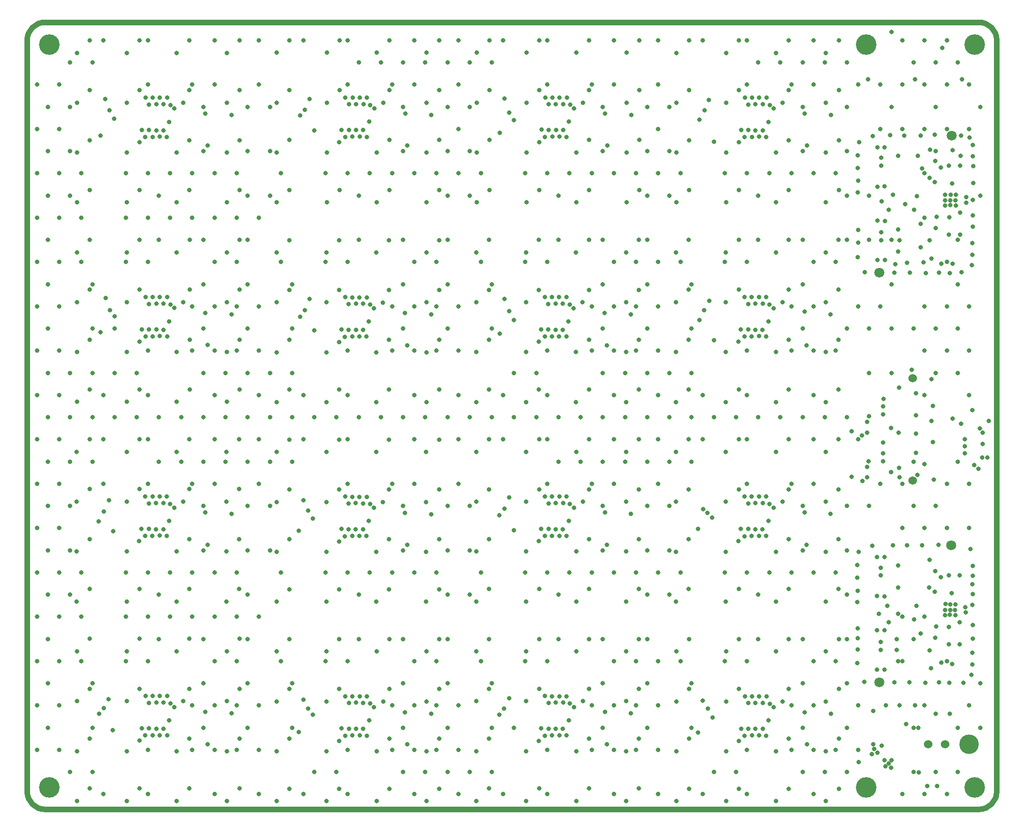
<source format=gbr>
G04*
G04 #@! TF.GenerationSoftware,Altium Limited,Altium Designer,25.0.2 (28)*
G04*
G04 Layer_Physical_Order=5*
G04 Layer_Color=8388736*
%FSLAX25Y25*%
%MOIN*%
G70*
G04*
G04 #@! TF.SameCoordinates,7C83500D-BFB9-469C-A41D-0C693C3E1856*
G04*
G04*
G04 #@! TF.FilePolarity,Negative*
G04*
G01*
G75*
%ADD76C,0.04000*%
%ADD77C,0.06016*%
%ADD80C,0.13811*%
%ADD81C,0.14598*%
%ADD82C,0.03181*%
%ADD83C,0.07118*%
D76*
X700000Y65945D02*
G03*
X712598Y78543I0J12598D01*
G01*
Y612402D02*
G03*
X700000Y625000I-12598J0D01*
G01*
X24588Y78543D02*
G03*
X37187Y65945I12598J0D01*
G01*
Y625000D02*
G03*
X24588Y612402I0J-12598D01*
G01*
X37187Y65945D02*
X700000D01*
X712598Y78543D02*
Y612402D01*
X37187Y625000D02*
X700000D01*
X24588Y78543D02*
Y612402D01*
D77*
X653112Y372157D02*
D03*
Y299401D02*
D03*
X675906Y112205D02*
D03*
X664094D02*
D03*
D80*
X692913D02*
D03*
D81*
X40354Y81693D02*
D03*
X620079Y609252D02*
D03*
X40354D02*
D03*
X696850Y81693D02*
D03*
X620079D02*
D03*
X696850Y609252D02*
D03*
D82*
X624016Y105315D02*
D03*
X625000Y112205D02*
D03*
X625563Y108917D02*
D03*
X627953Y106299D02*
D03*
X630905Y111221D02*
D03*
X642987Y333567D02*
D03*
X86364Y556422D02*
D03*
X80141Y429284D02*
D03*
X692913Y580709D02*
D03*
X700787Y564961D02*
D03*
X692913Y549213D02*
D03*
X700787Y501968D02*
D03*
X692913Y423228D02*
D03*
Y391732D02*
D03*
Y360236D02*
D03*
Y297244D02*
D03*
Y265748D02*
D03*
X700787Y155512D02*
D03*
X692913Y139764D02*
D03*
X700787Y124016D02*
D03*
X677165Y612205D02*
D03*
X685039Y596457D02*
D03*
X677165Y580709D02*
D03*
Y549213D02*
D03*
X685039Y470472D02*
D03*
X677165Y454724D02*
D03*
X685039Y438976D02*
D03*
X677165Y423228D02*
D03*
X685039Y407480D02*
D03*
X677165Y391732D02*
D03*
X685039Y375984D02*
D03*
Y312992D02*
D03*
X677165Y297244D02*
D03*
Y265748D02*
D03*
Y171260D02*
D03*
X685039Y124016D02*
D03*
Y92520D02*
D03*
X677165Y76772D02*
D03*
X661417Y612205D02*
D03*
X669291Y596457D02*
D03*
X661417Y580709D02*
D03*
X669291Y564961D02*
D03*
X661417Y549213D02*
D03*
X669291Y533464D02*
D03*
X661417Y517717D02*
D03*
Y486220D02*
D03*
Y423228D02*
D03*
X669291Y407480D02*
D03*
X661417Y391732D02*
D03*
X669291Y375984D02*
D03*
X661417Y360236D02*
D03*
X669291Y281496D02*
D03*
X661417Y265748D02*
D03*
Y202756D02*
D03*
Y139764D02*
D03*
X669291Y92520D02*
D03*
X661417Y76772D02*
D03*
X645669Y612205D02*
D03*
X653543Y596457D02*
D03*
X645669Y580709D02*
D03*
Y549213D02*
D03*
X653543Y407480D02*
D03*
Y312992D02*
D03*
X645669Y297244D02*
D03*
X653543Y281496D02*
D03*
X645669Y265748D02*
D03*
Y202756D02*
D03*
X653543Y187008D02*
D03*
X645669Y171260D02*
D03*
X653543Y124016D02*
D03*
Y92520D02*
D03*
X645669Y76772D02*
D03*
X629921Y580709D02*
D03*
X637795Y564961D02*
D03*
X629921Y549213D02*
D03*
X637795Y470472D02*
D03*
Y438976D02*
D03*
X629921Y423228D02*
D03*
X637795Y407480D02*
D03*
Y375984D02*
D03*
X629921Y297244D02*
D03*
X614173Y580709D02*
D03*
X622047Y501968D02*
D03*
Y470472D02*
D03*
X614173Y423228D02*
D03*
X622047Y407480D02*
D03*
Y375984D02*
D03*
X614173Y328740D02*
D03*
X622047Y281496D02*
D03*
X614173Y139764D02*
D03*
Y108268D02*
D03*
X606299Y596457D02*
D03*
Y564961D02*
D03*
Y533464D02*
D03*
X598425Y517717D02*
D03*
X606299Y501968D02*
D03*
Y470472D02*
D03*
X598425Y454724D02*
D03*
X606299Y407480D02*
D03*
X598425Y391732D02*
D03*
X606299Y344488D02*
D03*
Y281496D02*
D03*
Y250000D02*
D03*
X598425Y234252D02*
D03*
X606299Y218504D02*
D03*
Y187008D02*
D03*
X598425Y171260D02*
D03*
X606299Y155512D02*
D03*
Y124016D02*
D03*
X598425Y108268D02*
D03*
X606299Y92520D02*
D03*
X582677Y612205D02*
D03*
X590551Y596457D02*
D03*
X582677Y580709D02*
D03*
Y517717D02*
D03*
Y454724D02*
D03*
Y423228D02*
D03*
Y391732D02*
D03*
Y360236D02*
D03*
X590551Y344488D02*
D03*
X582677Y328740D02*
D03*
Y297244D02*
D03*
Y234252D02*
D03*
Y171260D02*
D03*
Y139764D02*
D03*
Y108268D02*
D03*
X590551Y92520D02*
D03*
X582677Y76772D02*
D03*
X574803Y596457D02*
D03*
X566929Y580709D02*
D03*
X574803Y564961D02*
D03*
Y533464D02*
D03*
X566929Y517717D02*
D03*
X574803Y470472D02*
D03*
Y438976D02*
D03*
X566929Y423228D02*
D03*
X574803Y407480D02*
D03*
X566929Y391732D02*
D03*
X574803Y344488D02*
D03*
X566929Y297244D02*
D03*
X574803Y281496D02*
D03*
Y250000D02*
D03*
X566929Y234252D02*
D03*
X574803Y187008D02*
D03*
Y155512D02*
D03*
X566929Y139764D02*
D03*
X574803Y124016D02*
D03*
X566929Y108268D02*
D03*
X574803Y92520D02*
D03*
X559055Y596457D02*
D03*
X551181Y517717D02*
D03*
X559055Y344488D02*
D03*
X551181Y234252D02*
D03*
X535433Y612205D02*
D03*
X543307Y596457D02*
D03*
X535433Y580709D02*
D03*
Y517717D02*
D03*
X543307Y501968D02*
D03*
Y470472D02*
D03*
X535433Y454724D02*
D03*
Y391732D02*
D03*
Y360236D02*
D03*
X543307Y344488D02*
D03*
X535433Y328740D02*
D03*
Y297244D02*
D03*
Y234252D02*
D03*
X543307Y218504D02*
D03*
Y187008D02*
D03*
X535433Y171260D02*
D03*
Y108268D02*
D03*
Y76772D02*
D03*
X519685Y517717D02*
D03*
Y454724D02*
D03*
X527559Y344488D02*
D03*
X519685Y234252D02*
D03*
Y171260D02*
D03*
X527559Y92520D02*
D03*
X503937Y612205D02*
D03*
Y360236D02*
D03*
X511811Y344488D02*
D03*
X503937Y328740D02*
D03*
X511811Y92520D02*
D03*
X503937Y76772D02*
D03*
X488189Y517717D02*
D03*
Y454724D02*
D03*
X496063Y438976D02*
D03*
Y407480D02*
D03*
Y375984D02*
D03*
Y344488D02*
D03*
Y312992D02*
D03*
X488189Y234252D02*
D03*
Y171260D02*
D03*
X496063Y155512D02*
D03*
Y124016D02*
D03*
X472441Y612205D02*
D03*
Y580709D02*
D03*
X480315Y564961D02*
D03*
X472441Y549213D02*
D03*
X480315Y533464D02*
D03*
X472441Y517717D02*
D03*
X480315Y501968D02*
D03*
X472441Y454724D02*
D03*
Y423228D02*
D03*
Y391732D02*
D03*
X480315Y375984D02*
D03*
X472441Y360236D02*
D03*
X480315Y344488D02*
D03*
X472441Y328740D02*
D03*
X480315Y312992D02*
D03*
X472441Y297244D02*
D03*
X480315Y281496D02*
D03*
Y250000D02*
D03*
X472441Y234252D02*
D03*
X480315Y218504D02*
D03*
X472441Y171260D02*
D03*
Y139764D02*
D03*
Y108268D02*
D03*
Y76772D02*
D03*
X464567Y564961D02*
D03*
Y533464D02*
D03*
X456693Y517717D02*
D03*
X464567Y501968D02*
D03*
Y470472D02*
D03*
X456693Y454724D02*
D03*
X464567Y438976D02*
D03*
X456693Y423228D02*
D03*
X464567Y407480D02*
D03*
X456693Y391732D02*
D03*
X464567Y375984D02*
D03*
Y344488D02*
D03*
Y312992D02*
D03*
Y281496D02*
D03*
Y250000D02*
D03*
X456693Y234252D02*
D03*
X464567Y218504D02*
D03*
Y187008D02*
D03*
X456693Y171260D02*
D03*
X464567Y155512D02*
D03*
X456693Y139764D02*
D03*
X464567Y124016D02*
D03*
X456693Y108268D02*
D03*
X440945Y612205D02*
D03*
Y580709D02*
D03*
Y517717D02*
D03*
Y454724D02*
D03*
Y423228D02*
D03*
Y391732D02*
D03*
X448819Y375984D02*
D03*
X440945Y360236D02*
D03*
X448819Y344488D02*
D03*
X440945Y328740D02*
D03*
X448819Y312992D02*
D03*
X440945Y297244D02*
D03*
Y234252D02*
D03*
Y171260D02*
D03*
Y139764D02*
D03*
Y108268D02*
D03*
Y76772D02*
D03*
X425197Y580709D02*
D03*
X433071Y564961D02*
D03*
Y533464D02*
D03*
X425197Y517717D02*
D03*
X433071Y470472D02*
D03*
Y438976D02*
D03*
X425197Y423228D02*
D03*
X433071Y407480D02*
D03*
X425197Y391732D02*
D03*
X433071Y375984D02*
D03*
Y344488D02*
D03*
Y312992D02*
D03*
X425197Y297244D02*
D03*
X433071Y281496D02*
D03*
Y250000D02*
D03*
X425197Y234252D02*
D03*
X433071Y187008D02*
D03*
Y155512D02*
D03*
X425197Y139764D02*
D03*
X433071Y124016D02*
D03*
X425197Y108268D02*
D03*
X409449Y517717D02*
D03*
X417323Y344488D02*
D03*
Y312992D02*
D03*
X409449Y234252D02*
D03*
X393701Y612205D02*
D03*
Y580709D02*
D03*
Y517717D02*
D03*
X401575Y501968D02*
D03*
Y470472D02*
D03*
X393701Y454724D02*
D03*
Y391732D02*
D03*
Y360236D02*
D03*
X401575Y344488D02*
D03*
X393701Y328740D02*
D03*
X401575Y312992D02*
D03*
X393701Y297244D02*
D03*
Y234252D02*
D03*
X401575Y218504D02*
D03*
Y187008D02*
D03*
X393701Y171260D02*
D03*
Y108268D02*
D03*
Y76772D02*
D03*
X377953Y517717D02*
D03*
Y454724D02*
D03*
X385827Y375984D02*
D03*
Y344488D02*
D03*
X377953Y234252D02*
D03*
Y171260D02*
D03*
X362205Y612205D02*
D03*
X370079Y375984D02*
D03*
X362205Y360236D02*
D03*
X370079Y344488D02*
D03*
X362205Y328740D02*
D03*
Y76772D02*
D03*
X354331Y596457D02*
D03*
X346457Y517717D02*
D03*
Y454724D02*
D03*
X354331Y438976D02*
D03*
Y407480D02*
D03*
Y344488D02*
D03*
X346457Y234252D02*
D03*
Y171260D02*
D03*
X354331Y155512D02*
D03*
Y124016D02*
D03*
Y92520D02*
D03*
X330709Y612205D02*
D03*
X338583Y596457D02*
D03*
X330709Y580709D02*
D03*
X338583Y564961D02*
D03*
X330709Y549213D02*
D03*
X338583Y533464D02*
D03*
X330709Y517717D02*
D03*
X338583Y501968D02*
D03*
X330709Y423228D02*
D03*
Y391732D02*
D03*
Y360236D02*
D03*
X338583Y344488D02*
D03*
X330709Y328740D02*
D03*
Y297244D02*
D03*
X338583Y281496D02*
D03*
Y250000D02*
D03*
Y218504D02*
D03*
X330709Y139764D02*
D03*
Y108268D02*
D03*
X338583Y92520D02*
D03*
X330709Y76772D02*
D03*
X322835Y596457D02*
D03*
Y564961D02*
D03*
Y533464D02*
D03*
X314961Y517717D02*
D03*
X322835Y501968D02*
D03*
Y470472D02*
D03*
X314961Y454724D02*
D03*
X322835Y438976D02*
D03*
X314961Y423228D02*
D03*
X322835Y407480D02*
D03*
X314961Y391732D02*
D03*
X322835Y344488D02*
D03*
Y281496D02*
D03*
Y250000D02*
D03*
X314961Y234252D02*
D03*
X322835Y218504D02*
D03*
Y187008D02*
D03*
X314961Y171260D02*
D03*
X322835Y155512D02*
D03*
X314961Y139764D02*
D03*
X322835Y124016D02*
D03*
X314961Y108268D02*
D03*
X322835Y92520D02*
D03*
X299213Y612205D02*
D03*
X307087Y596457D02*
D03*
X299213Y580709D02*
D03*
Y517717D02*
D03*
Y454724D02*
D03*
Y423228D02*
D03*
Y391732D02*
D03*
Y360236D02*
D03*
X307087Y344488D02*
D03*
X299213Y328740D02*
D03*
Y297244D02*
D03*
Y234252D02*
D03*
Y171260D02*
D03*
Y139764D02*
D03*
Y108268D02*
D03*
X307087Y92520D02*
D03*
X299213Y76772D02*
D03*
X291338Y596457D02*
D03*
X283465Y580709D02*
D03*
X291338Y564961D02*
D03*
Y533464D02*
D03*
X283465Y517717D02*
D03*
X291338Y470472D02*
D03*
Y438976D02*
D03*
X283465Y423228D02*
D03*
X291338Y407480D02*
D03*
X283465Y391732D02*
D03*
X291338Y344488D02*
D03*
X283465Y297244D02*
D03*
X291338Y281496D02*
D03*
Y250000D02*
D03*
X283465Y234252D02*
D03*
X291338Y187008D02*
D03*
Y155512D02*
D03*
X283465Y139764D02*
D03*
X291338Y124016D02*
D03*
X283465Y108268D02*
D03*
X291338Y92520D02*
D03*
X275590Y596457D02*
D03*
X267717Y517717D02*
D03*
X275590Y344488D02*
D03*
X267717Y234252D02*
D03*
X251969Y612205D02*
D03*
X259842Y596457D02*
D03*
X251969Y580709D02*
D03*
Y517717D02*
D03*
X259842Y501968D02*
D03*
Y470472D02*
D03*
X251969Y454724D02*
D03*
Y391732D02*
D03*
Y360236D02*
D03*
X259842Y344488D02*
D03*
X251969Y328740D02*
D03*
Y297244D02*
D03*
Y234252D02*
D03*
X259842Y218504D02*
D03*
Y187008D02*
D03*
X251969Y171260D02*
D03*
Y108268D02*
D03*
Y76772D02*
D03*
X236220Y517717D02*
D03*
Y454724D02*
D03*
X244094Y344488D02*
D03*
X236220Y234252D02*
D03*
Y171260D02*
D03*
X244094Y92520D02*
D03*
X220472Y612205D02*
D03*
Y360236D02*
D03*
X228346Y344488D02*
D03*
X220472Y328740D02*
D03*
X228346Y92520D02*
D03*
X220472Y76772D02*
D03*
X204724Y517717D02*
D03*
Y454724D02*
D03*
X212598Y438976D02*
D03*
Y407480D02*
D03*
Y375984D02*
D03*
Y344488D02*
D03*
Y312992D02*
D03*
X204724Y234252D02*
D03*
Y171260D02*
D03*
X212598Y155512D02*
D03*
Y124016D02*
D03*
X188976Y612205D02*
D03*
Y580709D02*
D03*
X196850Y564961D02*
D03*
Y533464D02*
D03*
Y501968D02*
D03*
X188976Y486220D02*
D03*
Y423228D02*
D03*
Y391732D02*
D03*
X196850Y375984D02*
D03*
X188976Y360236D02*
D03*
X196850Y344488D02*
D03*
X188976Y328740D02*
D03*
X196850Y312992D02*
D03*
X188976Y297244D02*
D03*
X196850Y281496D02*
D03*
Y250000D02*
D03*
X188976Y202756D02*
D03*
Y139764D02*
D03*
Y108268D02*
D03*
Y76772D02*
D03*
X181102Y564961D02*
D03*
Y533464D02*
D03*
X173228Y517717D02*
D03*
X181102Y501968D02*
D03*
X173228Y486220D02*
D03*
X181102Y470472D02*
D03*
X173228Y454724D02*
D03*
X181102Y438976D02*
D03*
X173228Y423228D02*
D03*
X181102Y407480D02*
D03*
X173228Y391732D02*
D03*
X181102Y375984D02*
D03*
Y344488D02*
D03*
Y312992D02*
D03*
Y281496D02*
D03*
Y250000D02*
D03*
X173228Y234252D02*
D03*
X181102Y218504D02*
D03*
X173228Y202756D02*
D03*
X181102Y187008D02*
D03*
X173228Y171260D02*
D03*
X181102Y155512D02*
D03*
X173228Y139764D02*
D03*
X181102Y124016D02*
D03*
X173228Y108268D02*
D03*
X157480Y612205D02*
D03*
Y580709D02*
D03*
Y517717D02*
D03*
Y486220D02*
D03*
Y454724D02*
D03*
Y423228D02*
D03*
Y391732D02*
D03*
X165354Y375984D02*
D03*
X157480Y360236D02*
D03*
X165354Y344488D02*
D03*
X157480Y328740D02*
D03*
X165354Y312992D02*
D03*
X157480Y297244D02*
D03*
Y234252D02*
D03*
Y202756D02*
D03*
Y171260D02*
D03*
Y139764D02*
D03*
Y108268D02*
D03*
Y76772D02*
D03*
X141732Y580709D02*
D03*
X149606Y564961D02*
D03*
Y533464D02*
D03*
X141732Y517717D02*
D03*
Y486220D02*
D03*
X149606Y470472D02*
D03*
Y438976D02*
D03*
X141732Y423228D02*
D03*
X149606Y407480D02*
D03*
X141732Y391732D02*
D03*
X149606Y375984D02*
D03*
Y344488D02*
D03*
Y312992D02*
D03*
X141732Y297244D02*
D03*
X149606Y281496D02*
D03*
Y250000D02*
D03*
X141732Y234252D02*
D03*
Y202756D02*
D03*
X149606Y187008D02*
D03*
Y155512D02*
D03*
X141732Y139764D02*
D03*
X149606Y124016D02*
D03*
X141732Y108268D02*
D03*
X125984Y517717D02*
D03*
Y486220D02*
D03*
X133858Y344488D02*
D03*
Y312992D02*
D03*
X125984Y234252D02*
D03*
Y202756D02*
D03*
X110236Y612205D02*
D03*
Y580709D02*
D03*
Y517717D02*
D03*
X118110Y501968D02*
D03*
X110236Y486220D02*
D03*
X118110Y470472D02*
D03*
X110236Y454724D02*
D03*
Y391732D02*
D03*
Y360236D02*
D03*
X118110Y344488D02*
D03*
X110236Y328740D02*
D03*
X118110Y312992D02*
D03*
X110236Y297244D02*
D03*
Y234252D02*
D03*
X118110Y218504D02*
D03*
X110236Y202756D02*
D03*
X118110Y187008D02*
D03*
X110236Y171260D02*
D03*
Y108268D02*
D03*
Y76772D02*
D03*
X94488Y517717D02*
D03*
Y486220D02*
D03*
Y454724D02*
D03*
X102362Y375984D02*
D03*
Y344488D02*
D03*
X94488Y234252D02*
D03*
Y202756D02*
D03*
Y171260D02*
D03*
X78740Y612205D02*
D03*
X86614Y407480D02*
D03*
Y375984D02*
D03*
X78740Y360236D02*
D03*
X86614Y344488D02*
D03*
X78740Y328740D02*
D03*
Y297244D02*
D03*
Y76772D02*
D03*
X70866Y596457D02*
D03*
X62992Y517717D02*
D03*
Y486220D02*
D03*
Y454724D02*
D03*
X70866Y438976D02*
D03*
Y407480D02*
D03*
Y375984D02*
D03*
Y344488D02*
D03*
Y312992D02*
D03*
X62992Y234252D02*
D03*
Y202756D02*
D03*
Y171260D02*
D03*
X70866Y155512D02*
D03*
Y124016D02*
D03*
Y92520D02*
D03*
X55118Y596457D02*
D03*
X47244Y580709D02*
D03*
X55118Y564961D02*
D03*
X47244Y549213D02*
D03*
X55118Y533464D02*
D03*
X47244Y517717D02*
D03*
X55118Y501968D02*
D03*
X47244Y486220D02*
D03*
Y454724D02*
D03*
Y423228D02*
D03*
Y391732D02*
D03*
X55118Y375984D02*
D03*
X47244Y360236D02*
D03*
X55118Y344488D02*
D03*
X47244Y328740D02*
D03*
X55118Y312992D02*
D03*
X47244Y297244D02*
D03*
X55118Y281496D02*
D03*
X47244Y265748D02*
D03*
X55118Y250000D02*
D03*
X47244Y234252D02*
D03*
X55118Y218504D02*
D03*
X47244Y202756D02*
D03*
Y171260D02*
D03*
Y139764D02*
D03*
Y108268D02*
D03*
X55118Y92520D02*
D03*
X31496Y580709D02*
D03*
X39370Y564961D02*
D03*
X31496Y549213D02*
D03*
X39370Y533464D02*
D03*
X31496Y517717D02*
D03*
X39370Y501968D02*
D03*
X31496Y486220D02*
D03*
X39370Y470472D02*
D03*
X31496Y454724D02*
D03*
X39370Y438976D02*
D03*
X31496Y423228D02*
D03*
X39370Y407480D02*
D03*
X31496Y391732D02*
D03*
X39370Y375984D02*
D03*
X31496Y360236D02*
D03*
X39370Y344488D02*
D03*
X31496Y328740D02*
D03*
X39370Y312992D02*
D03*
X31496Y297244D02*
D03*
X39370Y281496D02*
D03*
X31496Y265748D02*
D03*
X39370Y250000D02*
D03*
X31496Y234252D02*
D03*
X39370Y218504D02*
D03*
X31496Y202756D02*
D03*
X39370Y187008D02*
D03*
X31496Y171260D02*
D03*
X39370Y155512D02*
D03*
X31496Y139764D02*
D03*
X39370Y124016D02*
D03*
X31496Y108268D02*
D03*
X76598Y404894D02*
D03*
X83400Y420621D02*
D03*
X86606Y416202D02*
D03*
X83092Y562590D02*
D03*
X79842Y570590D02*
D03*
X76466Y544505D02*
D03*
X218297Y558875D02*
D03*
X221523Y562930D02*
D03*
X225012Y570429D02*
D03*
X228413Y548149D02*
D03*
X218260Y416008D02*
D03*
X221743Y420573D02*
D03*
X224943Y428526D02*
D03*
X228331Y406078D02*
D03*
X363282Y428688D02*
D03*
X366636Y419867D02*
D03*
X370079Y413386D02*
D03*
X359974Y404016D02*
D03*
X360117Y546511D02*
D03*
X363401Y570941D02*
D03*
X366766Y561009D02*
D03*
X369930Y555682D02*
D03*
X501642Y555703D02*
D03*
X505148Y562478D02*
D03*
X508338Y569804D02*
D03*
X511795Y540315D02*
D03*
X501722Y413402D02*
D03*
X505048Y420658D02*
D03*
X508474Y427107D02*
D03*
X511880Y399132D02*
D03*
X82460Y285433D02*
D03*
X78895Y277581D02*
D03*
X75440Y270636D02*
D03*
X85693Y263434D02*
D03*
X75565Y133831D02*
D03*
X78853Y137834D02*
D03*
X82368Y144084D02*
D03*
X85423Y122278D02*
D03*
X227306Y133298D02*
D03*
X223991Y137489D02*
D03*
X220561Y143701D02*
D03*
X217278Y120746D02*
D03*
X220683Y285673D02*
D03*
X224058Y278115D02*
D03*
X227249Y272392D02*
D03*
X217307Y263881D02*
D03*
X359750Y274743D02*
D03*
X363205Y279469D02*
D03*
X366468Y287408D02*
D03*
X369795Y264309D02*
D03*
X359681Y133284D02*
D03*
X363083Y137633D02*
D03*
X366556Y144788D02*
D03*
X369947Y123979D02*
D03*
X510793Y131109D02*
D03*
X507519Y137691D02*
D03*
X504109Y143284D02*
D03*
X500766Y120604D02*
D03*
X510738Y273212D02*
D03*
X507339Y276393D02*
D03*
X504121Y279177D02*
D03*
X500759Y265366D02*
D03*
X631989Y313155D02*
D03*
X449627Y319908D02*
D03*
X555851Y319884D02*
D03*
X591284D02*
D03*
X236943Y390611D02*
D03*
X307809Y355178D02*
D03*
X485130Y603347D02*
D03*
X591306Y355319D02*
D03*
X707098Y341940D02*
D03*
X667821Y300264D02*
D03*
X656301Y303393D02*
D03*
X617126Y299213D02*
D03*
X632048Y346578D02*
D03*
X620473Y333645D02*
D03*
X632146Y357652D02*
D03*
X631883Y326539D02*
D03*
X620616Y301943D02*
D03*
X632055Y318758D02*
D03*
X621783Y313349D02*
D03*
X620572Y341127D02*
D03*
X621872Y345258D02*
D03*
X699662Y307719D02*
D03*
X706038Y315857D02*
D03*
X696643Y310612D02*
D03*
X702305Y316025D02*
D03*
X689864Y318846D02*
D03*
X702716Y325431D02*
D03*
X695179Y349456D02*
D03*
X700494Y336562D02*
D03*
X702680Y333374D02*
D03*
X652364Y378196D02*
D03*
X655317Y361464D02*
D03*
X666144Y341779D02*
D03*
X666395Y371645D02*
D03*
X655317Y332920D02*
D03*
Y345716D02*
D03*
X661223Y311267D02*
D03*
X655233Y319188D02*
D03*
X667128Y352606D02*
D03*
X689864Y323767D02*
D03*
X667128Y327015D02*
D03*
X689963Y328787D02*
D03*
X687274Y339709D02*
D03*
X681400Y343649D02*
D03*
X620616Y309327D02*
D03*
X643219Y365699D02*
D03*
X637459Y305629D02*
D03*
X609771Y302102D02*
D03*
X637453Y336782D02*
D03*
X617052Y331455D02*
D03*
X609771Y334416D02*
D03*
X643408Y308413D02*
D03*
X643463Y301890D02*
D03*
X632113Y352148D02*
D03*
X648824Y454304D02*
D03*
X690914Y496894D02*
D03*
X669885Y486999D02*
D03*
X683292Y498696D02*
D03*
X679650Y495054D02*
D03*
X676279Y211910D02*
D03*
X668504Y220472D02*
D03*
X672956Y230928D02*
D03*
X690694Y205876D02*
D03*
X628002Y536248D02*
D03*
X627949Y484035D02*
D03*
X630930Y497711D02*
D03*
X633240Y483921D02*
D03*
X118736Y429866D02*
D03*
X123861Y429843D02*
D03*
X113635Y429850D02*
D03*
X614214Y477467D02*
D03*
X614173Y468504D02*
D03*
X613797Y458217D02*
D03*
X576148Y419683D02*
D03*
X632970Y217354D02*
D03*
X536158Y265060D02*
D03*
X175216Y151658D02*
D03*
X632843Y165131D02*
D03*
X627764Y165129D02*
D03*
X632848Y193040D02*
D03*
X627743Y193064D02*
D03*
X627724Y217385D02*
D03*
X632857Y245156D02*
D03*
X627776Y245181D02*
D03*
X633146Y456209D02*
D03*
X628037Y456185D02*
D03*
X633080Y536313D02*
D03*
X628038Y508340D02*
D03*
X657173Y92124D02*
D03*
X633489Y96428D02*
D03*
X636002Y98576D02*
D03*
X637756Y95611D02*
D03*
X637817Y100905D02*
D03*
X632976Y100875D02*
D03*
X614611Y99593D02*
D03*
X669291Y133858D02*
D03*
X679134D02*
D03*
X656975Y123902D02*
D03*
X648161Y126404D02*
D03*
X625000Y135827D02*
D03*
X654528Y139764D02*
D03*
X643701D02*
D03*
X633858D02*
D03*
X670276Y82677D02*
D03*
X663386D02*
D03*
X169488Y275859D02*
D03*
X139658Y328819D02*
D03*
X175091D02*
D03*
X104225Y222520D02*
D03*
X139658D02*
D03*
X68792Y328819D02*
D03*
X175091Y293386D02*
D03*
Y222520D02*
D03*
Y257953D02*
D03*
X104225Y328819D02*
D03*
X68792Y293386D02*
D03*
X150878Y276851D02*
D03*
X139658Y293386D02*
D03*
X128899Y280328D02*
D03*
X125288Y270945D02*
D03*
X104225Y293386D02*
D03*
X152453Y254016D02*
D03*
X104082Y256459D02*
D03*
X139658Y257953D02*
D03*
X68792D02*
D03*
Y222520D02*
D03*
X105753Y265242D02*
D03*
X59737Y249095D02*
D03*
X126077Y282906D02*
D03*
X135289Y284515D02*
D03*
X123731Y288111D02*
D03*
X166036Y284528D02*
D03*
X121208Y283524D02*
D03*
X166036Y319961D02*
D03*
X118606Y288134D02*
D03*
X130603Y319961D02*
D03*
X116018Y283568D02*
D03*
X95170Y319961D02*
D03*
X113505Y288118D02*
D03*
X59737Y319961D02*
D03*
X110921Y283272D02*
D03*
X59737Y284528D02*
D03*
X123664Y260212D02*
D03*
X166036Y249095D02*
D03*
X121149Y264944D02*
D03*
X130603Y249095D02*
D03*
X118620Y260382D02*
D03*
X166036Y213662D02*
D03*
X116032Y264980D02*
D03*
X130603Y213662D02*
D03*
X113410Y260277D02*
D03*
X95170Y213662D02*
D03*
X110910Y265137D02*
D03*
X59737Y213662D02*
D03*
X108323Y260102D02*
D03*
X95170Y249095D02*
D03*
X108395Y288206D02*
D03*
X95170Y284528D02*
D03*
X594758Y417516D02*
D03*
X564928Y470476D02*
D03*
X600361D02*
D03*
X529495Y364177D02*
D03*
X564928D02*
D03*
X494062Y470476D02*
D03*
X600361Y435043D02*
D03*
Y364177D02*
D03*
Y399610D02*
D03*
X529495Y470476D02*
D03*
X494062Y435043D02*
D03*
X564928D02*
D03*
X554169Y421985D02*
D03*
X550558Y412602D02*
D03*
X529495Y435043D02*
D03*
X577723Y395673D02*
D03*
X529352Y398116D02*
D03*
X564928Y399610D02*
D03*
X494062D02*
D03*
Y364177D02*
D03*
X531023Y406899D02*
D03*
X485007Y390752D02*
D03*
X551347Y424563D02*
D03*
X560559Y426172D02*
D03*
X549001Y429768D02*
D03*
X591306Y426185D02*
D03*
X546478Y425181D02*
D03*
X591306Y461618D02*
D03*
X543876Y429791D02*
D03*
X555873Y461618D02*
D03*
X541288Y425225D02*
D03*
X520439Y461618D02*
D03*
X538775Y429775D02*
D03*
X485007Y461618D02*
D03*
X536191Y424929D02*
D03*
X485007Y426185D02*
D03*
X548934Y401869D02*
D03*
X591306Y390752D02*
D03*
X546419Y406601D02*
D03*
X555873Y390752D02*
D03*
X543890Y402039D02*
D03*
X541302Y406637D02*
D03*
X555873Y355319D02*
D03*
X538680Y401934D02*
D03*
X520439Y355319D02*
D03*
X536180Y406794D02*
D03*
X485007Y355319D02*
D03*
X533593Y401759D02*
D03*
X520439Y390752D02*
D03*
X533665Y429863D02*
D03*
X520439Y426185D02*
D03*
X452976Y417497D02*
D03*
X423146Y470458D02*
D03*
X458579D02*
D03*
X387713Y364159D02*
D03*
X423146D02*
D03*
X352280Y470458D02*
D03*
X458579Y435025D02*
D03*
Y364159D02*
D03*
Y399592D02*
D03*
X387713Y470458D02*
D03*
X352280Y435025D02*
D03*
X434367Y418490D02*
D03*
X423146Y435025D02*
D03*
X412387Y421967D02*
D03*
X408776Y412584D02*
D03*
X387713Y435025D02*
D03*
X435941Y395655D02*
D03*
X387570Y398097D02*
D03*
X423146Y399592D02*
D03*
X352280D02*
D03*
Y364159D02*
D03*
X389241Y406881D02*
D03*
X343225Y390734D02*
D03*
X409565Y424545D02*
D03*
X418777Y426154D02*
D03*
X407219Y429750D02*
D03*
X449524Y426167D02*
D03*
X404696Y425163D02*
D03*
X449524Y461600D02*
D03*
X402094Y429773D02*
D03*
X414091Y461600D02*
D03*
X399506Y425207D02*
D03*
X378658Y461600D02*
D03*
X396994Y429757D02*
D03*
X343225Y461600D02*
D03*
X394409Y424911D02*
D03*
X343225Y426167D02*
D03*
X407153Y401851D02*
D03*
X449524Y390734D02*
D03*
X404637Y406582D02*
D03*
X414091Y390734D02*
D03*
X402108Y402021D02*
D03*
X449524Y355301D02*
D03*
X399521Y406619D02*
D03*
X414091Y355301D02*
D03*
X396898Y401916D02*
D03*
X378658Y355301D02*
D03*
X394398Y406776D02*
D03*
X343225Y355301D02*
D03*
X391811Y401741D02*
D03*
X378658Y390734D02*
D03*
X391883Y429845D02*
D03*
X378658Y426167D02*
D03*
X311261Y417375D02*
D03*
X281431Y470335D02*
D03*
X316864D02*
D03*
X245998Y364036D02*
D03*
X281431D02*
D03*
X210565Y470335D02*
D03*
X316864Y434902D02*
D03*
Y364036D02*
D03*
Y399469D02*
D03*
X245998Y470335D02*
D03*
X210565Y434902D02*
D03*
X292651Y418367D02*
D03*
X281431Y434902D02*
D03*
X270672Y421843D02*
D03*
X267061Y412461D02*
D03*
X245998Y434902D02*
D03*
X294226Y395532D02*
D03*
X245855Y397974D02*
D03*
X281431Y399469D02*
D03*
X210565D02*
D03*
Y364036D02*
D03*
X247526Y406758D02*
D03*
X201510Y390611D02*
D03*
X267850Y424422D02*
D03*
X277062Y426031D02*
D03*
X265504Y429627D02*
D03*
X307809Y426044D02*
D03*
X262981Y425040D02*
D03*
X307809Y461477D02*
D03*
X260379Y429650D02*
D03*
X272376Y461477D02*
D03*
X257791Y425083D02*
D03*
X236943Y461477D02*
D03*
X255278Y429634D02*
D03*
X201510Y461477D02*
D03*
X252694Y424788D02*
D03*
X201510Y426044D02*
D03*
X265437Y401728D02*
D03*
X307809Y390611D02*
D03*
X262922Y406459D02*
D03*
X272376Y390611D02*
D03*
X260393Y401898D02*
D03*
X257805Y406496D02*
D03*
X272376Y355178D02*
D03*
X255183Y401793D02*
D03*
X236943Y355178D02*
D03*
X252683Y406653D02*
D03*
X201510Y355178D02*
D03*
X250096Y401618D02*
D03*
X250168Y429722D02*
D03*
X236943Y426044D02*
D03*
X169618Y417591D02*
D03*
X139787Y470551D02*
D03*
X175220D02*
D03*
X104354Y364252D02*
D03*
X139787D02*
D03*
X68921Y470551D02*
D03*
X175220Y435118D02*
D03*
Y364252D02*
D03*
Y399685D02*
D03*
X104354Y470551D02*
D03*
X68921Y435118D02*
D03*
X151008Y418583D02*
D03*
X139787Y435118D02*
D03*
X129028Y422060D02*
D03*
X125417Y412677D02*
D03*
X104354Y435118D02*
D03*
X152583Y395748D02*
D03*
X104212Y398191D02*
D03*
X139787Y399685D02*
D03*
X68921D02*
D03*
Y364252D02*
D03*
X105882Y406974D02*
D03*
X59866Y390827D02*
D03*
X126207Y424638D02*
D03*
X135418Y426247D02*
D03*
X166165Y426260D02*
D03*
X121338Y425256D02*
D03*
X166165Y461693D02*
D03*
X130732D02*
D03*
X116147Y425300D02*
D03*
X95299Y461693D02*
D03*
X59866D02*
D03*
X111050Y425004D02*
D03*
X59866Y426260D02*
D03*
X123794Y401944D02*
D03*
X166165Y390827D02*
D03*
X121279Y406675D02*
D03*
X130732Y390827D02*
D03*
X118749Y402114D02*
D03*
X166165Y355394D02*
D03*
X116162Y406712D02*
D03*
X130732Y355394D02*
D03*
X113540Y402009D02*
D03*
X95299Y355394D02*
D03*
X111039Y406869D02*
D03*
X59866Y355394D02*
D03*
X108452Y401834D02*
D03*
X95299Y390827D02*
D03*
X108525Y429938D02*
D03*
X95299Y426260D02*
D03*
X594881Y559244D02*
D03*
X565051Y612205D02*
D03*
X600484D02*
D03*
X529618Y505906D02*
D03*
X565051D02*
D03*
X494185Y612205D02*
D03*
X600484Y576772D02*
D03*
Y505906D02*
D03*
Y541339D02*
D03*
X529618Y612205D02*
D03*
X494185Y576772D02*
D03*
X576272Y560237D02*
D03*
X565051Y576772D02*
D03*
X554292Y563714D02*
D03*
X550681Y554331D02*
D03*
X529618Y576772D02*
D03*
X577846Y537402D02*
D03*
X529475Y539844D02*
D03*
X565051Y541339D02*
D03*
X494185D02*
D03*
Y505906D02*
D03*
X531146Y548628D02*
D03*
X485130Y532481D02*
D03*
X551470Y566292D02*
D03*
X560682Y567901D02*
D03*
X549124Y571497D02*
D03*
X591429Y567914D02*
D03*
X546601Y566910D02*
D03*
X591429Y603347D02*
D03*
X543999Y571520D02*
D03*
X555996Y603347D02*
D03*
X541411Y566954D02*
D03*
X520563Y603347D02*
D03*
X538899Y571504D02*
D03*
X536314Y566658D02*
D03*
X485130Y567914D02*
D03*
X549058Y543598D02*
D03*
X591429Y532481D02*
D03*
X546543Y548329D02*
D03*
X555996Y532481D02*
D03*
X544013Y543768D02*
D03*
X591429Y497048D02*
D03*
X541426Y548366D02*
D03*
X555996Y497048D02*
D03*
X538803Y543663D02*
D03*
X520563Y497048D02*
D03*
X536303Y548523D02*
D03*
X485130Y497048D02*
D03*
X533716Y543488D02*
D03*
X520563Y532481D02*
D03*
X533788Y571592D02*
D03*
X520563Y567914D02*
D03*
X453246Y559321D02*
D03*
X423416Y612282D02*
D03*
X458849D02*
D03*
X387983Y505982D02*
D03*
X423416D02*
D03*
X352550Y612282D02*
D03*
X458849Y576849D02*
D03*
Y505982D02*
D03*
Y541415D02*
D03*
X387983Y612282D02*
D03*
X352550Y576849D02*
D03*
X434636Y560313D02*
D03*
X423416Y576849D02*
D03*
X412657Y563790D02*
D03*
X409046Y554408D02*
D03*
X387983Y576849D02*
D03*
X436211Y537478D02*
D03*
X387840Y539921D02*
D03*
X423416Y541415D02*
D03*
X352550D02*
D03*
Y505982D02*
D03*
X389511Y548704D02*
D03*
X343495Y532557D02*
D03*
X409835Y566368D02*
D03*
X419047Y567978D02*
D03*
X407489Y571573D02*
D03*
X449794Y567990D02*
D03*
X404966Y566986D02*
D03*
X449794Y603423D02*
D03*
X402364Y571596D02*
D03*
X414361Y603423D02*
D03*
X399776Y567030D02*
D03*
X378928Y603423D02*
D03*
X397264Y571580D02*
D03*
X343495Y603423D02*
D03*
X394679Y566734D02*
D03*
X343495Y567990D02*
D03*
X407422Y543674D02*
D03*
X449794Y532557D02*
D03*
X404907Y548406D02*
D03*
X414361Y532557D02*
D03*
X402378Y543844D02*
D03*
X449794Y497124D02*
D03*
X399791Y548442D02*
D03*
X414361Y497124D02*
D03*
X397168Y543739D02*
D03*
X378928Y497124D02*
D03*
X394668Y548599D02*
D03*
X343495Y497124D02*
D03*
X392081Y543564D02*
D03*
X378928Y532557D02*
D03*
X392153Y571668D02*
D03*
X378928Y567990D02*
D03*
X311439Y559314D02*
D03*
X281609Y612274D02*
D03*
X317042D02*
D03*
X246176Y505975D02*
D03*
X281609D02*
D03*
X210743Y612274D02*
D03*
X317042Y576841D02*
D03*
Y505975D02*
D03*
Y541408D02*
D03*
X246176Y612274D02*
D03*
X210743Y576841D02*
D03*
X292829Y560306D02*
D03*
X281609Y576841D02*
D03*
X270850Y563783D02*
D03*
X267239Y554400D02*
D03*
X246176Y576841D02*
D03*
X294404Y537471D02*
D03*
X246033Y539914D02*
D03*
X281609Y541408D02*
D03*
X210743D02*
D03*
Y505975D02*
D03*
X247704Y548697D02*
D03*
X201688Y532550D02*
D03*
X268028Y566361D02*
D03*
X277240Y567970D02*
D03*
X265682Y571566D02*
D03*
X307987Y567983D02*
D03*
X263159Y566979D02*
D03*
X307987Y603416D02*
D03*
X260557Y571589D02*
D03*
X272554Y603416D02*
D03*
X257969Y567023D02*
D03*
X237121Y603416D02*
D03*
X255457Y571573D02*
D03*
X201688Y603416D02*
D03*
X252872Y566727D02*
D03*
X201688Y567983D02*
D03*
X265616Y543667D02*
D03*
X307987Y532550D02*
D03*
X263100Y548398D02*
D03*
X272554Y532550D02*
D03*
X260571Y543837D02*
D03*
X307987Y497117D02*
D03*
X257984Y548435D02*
D03*
X272554Y497117D02*
D03*
X255361Y543732D02*
D03*
X237121Y497117D02*
D03*
X252861Y548592D02*
D03*
X201688Y497117D02*
D03*
X250274Y543557D02*
D03*
X237121Y532550D02*
D03*
X250346Y571661D02*
D03*
X237121Y567983D02*
D03*
X594886Y133983D02*
D03*
X565055Y186944D02*
D03*
X600489D02*
D03*
X529622Y80644D02*
D03*
X565055D02*
D03*
X494189Y186944D02*
D03*
X600489Y151511D02*
D03*
Y80644D02*
D03*
Y116077D02*
D03*
X529622Y186944D02*
D03*
X494189Y151511D02*
D03*
X576276Y134975D02*
D03*
X565055Y151511D02*
D03*
X554296Y138452D02*
D03*
X550685Y129070D02*
D03*
X529622Y151511D02*
D03*
X577851Y112141D02*
D03*
X529480Y114583D02*
D03*
X565055Y116077D02*
D03*
X494189D02*
D03*
Y80644D02*
D03*
X531150Y123366D02*
D03*
X485134Y107219D02*
D03*
X551475Y141030D02*
D03*
X560686Y142640D02*
D03*
X549129Y146236D02*
D03*
X591433Y142652D02*
D03*
X546606Y141648D02*
D03*
X591433Y178085D02*
D03*
X544004Y146258D02*
D03*
X556000Y178085D02*
D03*
X541415Y141692D02*
D03*
X520567Y178085D02*
D03*
X538903Y146242D02*
D03*
X485134Y178085D02*
D03*
X536319Y141396D02*
D03*
X485134Y142652D02*
D03*
X549062Y118337D02*
D03*
X591433Y107219D02*
D03*
X546547Y123068D02*
D03*
X556000Y107219D02*
D03*
X544018Y118506D02*
D03*
X591433Y71786D02*
D03*
X541430Y123104D02*
D03*
X556000Y71786D02*
D03*
X538808Y118401D02*
D03*
X520567Y71786D02*
D03*
X536308Y123262D02*
D03*
X485134Y71786D02*
D03*
X533720Y118227D02*
D03*
X520567Y107219D02*
D03*
X533793Y146330D02*
D03*
X520567Y142652D02*
D03*
X453101Y134043D02*
D03*
X423271Y187004D02*
D03*
X458704D02*
D03*
X387838Y80705D02*
D03*
X423271D02*
D03*
X352404Y187004D02*
D03*
X458704Y151571D02*
D03*
Y80705D02*
D03*
Y116138D02*
D03*
X387838Y187004D02*
D03*
X352404Y151571D02*
D03*
X434491Y135035D02*
D03*
X423271Y151571D02*
D03*
X412512Y138512D02*
D03*
X408900Y129130D02*
D03*
X387838Y151571D02*
D03*
X436066Y112201D02*
D03*
X387695Y114643D02*
D03*
X423271Y116138D02*
D03*
X352404D02*
D03*
Y80705D02*
D03*
X389365Y123427D02*
D03*
X343349Y107279D02*
D03*
X409690Y141091D02*
D03*
X418901Y142700D02*
D03*
X407344Y146296D02*
D03*
X449649Y142712D02*
D03*
X404821Y141708D02*
D03*
X449649Y178146D02*
D03*
X402219Y146318D02*
D03*
X414215Y178146D02*
D03*
X399630Y141752D02*
D03*
X378782Y178146D02*
D03*
X397118Y146302D02*
D03*
X343349Y178146D02*
D03*
X394534Y141457D02*
D03*
X343349Y142712D02*
D03*
X407277Y118397D02*
D03*
X449649Y107279D02*
D03*
X404762Y123128D02*
D03*
X414215Y107279D02*
D03*
X402233Y118566D02*
D03*
X449649Y71846D02*
D03*
X399645Y123164D02*
D03*
X414215Y71846D02*
D03*
X397023Y118461D02*
D03*
X378782Y71846D02*
D03*
X394523Y123322D02*
D03*
X343349Y71846D02*
D03*
X391935Y118287D02*
D03*
X378782Y107279D02*
D03*
X392008Y146391D02*
D03*
X378782Y142712D02*
D03*
X311372Y134011D02*
D03*
X281542Y186971D02*
D03*
X316975D02*
D03*
X246109Y80672D02*
D03*
X281542D02*
D03*
X210676Y186971D02*
D03*
X316975Y151538D02*
D03*
Y80672D02*
D03*
Y116105D02*
D03*
X246109Y186971D02*
D03*
X210676Y151538D02*
D03*
X292763Y135003D02*
D03*
X281542Y151538D02*
D03*
X270783Y138480D02*
D03*
X267172Y129097D02*
D03*
X246109Y151538D02*
D03*
X294337Y112168D02*
D03*
X245967Y114611D02*
D03*
X281542Y116105D02*
D03*
X210676D02*
D03*
Y80672D02*
D03*
X247637Y123394D02*
D03*
X201621Y107247D02*
D03*
X267961Y141058D02*
D03*
X277173Y142667D02*
D03*
X265615Y146263D02*
D03*
X307920Y142680D02*
D03*
X263092Y141676D02*
D03*
X307920Y178113D02*
D03*
X260490Y146286D02*
D03*
X272487Y178113D02*
D03*
X257902Y141720D02*
D03*
X237054Y178113D02*
D03*
X255390Y146270D02*
D03*
X201621Y178113D02*
D03*
X252805Y141424D02*
D03*
X201621Y142680D02*
D03*
X265549Y118364D02*
D03*
X307920Y107247D02*
D03*
X263034Y123095D02*
D03*
X272487Y107247D02*
D03*
X260504Y118534D02*
D03*
X307920Y71814D02*
D03*
X257917Y123132D02*
D03*
X272487Y71814D02*
D03*
X255294Y118429D02*
D03*
X237054Y71814D02*
D03*
X252794Y123289D02*
D03*
X201621Y71814D02*
D03*
X250207Y118254D02*
D03*
X237054Y107247D02*
D03*
X250279Y146358D02*
D03*
X237054Y142680D02*
D03*
X169614Y134130D02*
D03*
X139783Y187091D02*
D03*
X175216D02*
D03*
X104350Y80792D02*
D03*
X139783D02*
D03*
X68917Y187091D02*
D03*
X175216Y80792D02*
D03*
Y116225D02*
D03*
X104350Y187091D02*
D03*
X68917Y151658D02*
D03*
X151004Y135122D02*
D03*
X139783Y151658D02*
D03*
X129024Y138599D02*
D03*
X125413Y129217D02*
D03*
X104350Y151658D02*
D03*
X152579Y112288D02*
D03*
X104208Y114730D02*
D03*
X139783Y116225D02*
D03*
X68917D02*
D03*
Y80792D02*
D03*
X105878Y123514D02*
D03*
X59862Y107366D02*
D03*
X126203Y141177D02*
D03*
X135414Y142787D02*
D03*
X123857Y146383D02*
D03*
X166161Y142799D02*
D03*
X121334Y141795D02*
D03*
X166161Y178233D02*
D03*
X118732Y146405D02*
D03*
X130728Y178233D02*
D03*
X116143Y141839D02*
D03*
X95295Y178233D02*
D03*
X113631Y146390D02*
D03*
X59862Y178233D02*
D03*
X111047Y141544D02*
D03*
X59862Y142799D02*
D03*
X123790Y118484D02*
D03*
X166161Y107366D02*
D03*
X121275Y123215D02*
D03*
X130728Y107366D02*
D03*
X118746Y118653D02*
D03*
X166161Y71933D02*
D03*
X116158Y123251D02*
D03*
X130728Y71933D02*
D03*
X113536Y118549D02*
D03*
X95295Y71933D02*
D03*
X111036Y123409D02*
D03*
X59862Y71933D02*
D03*
X108448Y118374D02*
D03*
X95295Y107366D02*
D03*
X108521Y146478D02*
D03*
X95295Y142799D02*
D03*
X594736Y275782D02*
D03*
X564906Y328742D02*
D03*
X600339D02*
D03*
X529472Y222443D02*
D03*
X564906D02*
D03*
X494039Y328742D02*
D03*
X600339Y293309D02*
D03*
Y222443D02*
D03*
Y257876D02*
D03*
X529472Y328742D02*
D03*
X494039Y293309D02*
D03*
X576126Y276774D02*
D03*
X564906Y293309D02*
D03*
X554147Y280251D02*
D03*
X550535Y270868D02*
D03*
X529472Y293309D02*
D03*
X577701Y253939D02*
D03*
X529330Y256382D02*
D03*
X564906Y257876D02*
D03*
X494039D02*
D03*
Y222443D02*
D03*
X531000Y265165D02*
D03*
X484984Y249018D02*
D03*
X551325Y282829D02*
D03*
X560536Y284438D02*
D03*
X548979Y288034D02*
D03*
X591284Y284451D02*
D03*
X546456Y283447D02*
D03*
X543854Y288057D02*
D03*
X541266Y283491D02*
D03*
X520417Y319884D02*
D03*
X538753Y288041D02*
D03*
X484984Y319884D02*
D03*
X536169Y283195D02*
D03*
X484984Y284451D02*
D03*
X548912Y260135D02*
D03*
X591284Y249018D02*
D03*
X546397Y264866D02*
D03*
X555851Y249018D02*
D03*
X543868Y260305D02*
D03*
X591284Y213585D02*
D03*
X541280Y264903D02*
D03*
X555851Y213585D02*
D03*
X538658Y260200D02*
D03*
X520417Y213585D02*
D03*
X484984D02*
D03*
X533570Y260025D02*
D03*
X520417Y249018D02*
D03*
X533643Y288129D02*
D03*
X520417Y284451D02*
D03*
X453079Y275806D02*
D03*
X423249Y328766D02*
D03*
X458682D02*
D03*
X387816Y222467D02*
D03*
X423249D02*
D03*
X352383Y328766D02*
D03*
X458682Y293333D02*
D03*
Y222467D02*
D03*
Y257900D02*
D03*
X387816Y328766D02*
D03*
X352383Y293333D02*
D03*
X434470Y276798D02*
D03*
X423249Y293333D02*
D03*
X412490Y280275D02*
D03*
X408879Y270892D02*
D03*
X387816Y293333D02*
D03*
X436044Y253963D02*
D03*
X387673Y256405D02*
D03*
X423249Y257900D02*
D03*
X352383D02*
D03*
Y222467D02*
D03*
X389344Y265189D02*
D03*
X343328Y249042D02*
D03*
X409668Y282853D02*
D03*
X418880Y284462D02*
D03*
X407322Y288058D02*
D03*
X449627Y284475D02*
D03*
X404799Y283471D02*
D03*
X402197Y288081D02*
D03*
X414194Y319908D02*
D03*
X399609Y283515D02*
D03*
X378761Y319908D02*
D03*
X397097Y288065D02*
D03*
X343328Y319908D02*
D03*
X394512Y283219D02*
D03*
X343328Y284475D02*
D03*
X407256Y260159D02*
D03*
X449627Y249042D02*
D03*
X404740Y264890D02*
D03*
X414194Y249042D02*
D03*
X402211Y260329D02*
D03*
X449627Y213609D02*
D03*
X399624Y264927D02*
D03*
X414194Y213609D02*
D03*
X397001Y260224D02*
D03*
X378761Y213609D02*
D03*
X394501Y265084D02*
D03*
X343328Y213609D02*
D03*
X391914Y260049D02*
D03*
X378761Y249042D02*
D03*
X391986Y288153D02*
D03*
X378761Y284475D02*
D03*
X311224Y275689D02*
D03*
X281394Y328650D02*
D03*
X316827D02*
D03*
X245961Y222351D02*
D03*
X281394D02*
D03*
X210528Y328650D02*
D03*
X316827Y293217D02*
D03*
Y222351D02*
D03*
Y257784D02*
D03*
X245961Y328650D02*
D03*
X210528Y293217D02*
D03*
X292614Y276681D02*
D03*
X281394Y293217D02*
D03*
X270635Y280158D02*
D03*
X267024Y270776D02*
D03*
X245961Y293217D02*
D03*
X294189Y253847D02*
D03*
X245818Y256289D02*
D03*
X281394Y257784D02*
D03*
X210528D02*
D03*
Y222351D02*
D03*
X247488Y265073D02*
D03*
X201472Y248925D02*
D03*
X267813Y282736D02*
D03*
X277025Y284346D02*
D03*
X265467Y287942D02*
D03*
X307772Y284358D02*
D03*
X262944Y283354D02*
D03*
X307772Y319792D02*
D03*
X260342Y287964D02*
D03*
X272339Y319792D02*
D03*
X257754Y283398D02*
D03*
X236906Y319792D02*
D03*
X255241Y287948D02*
D03*
X201472Y319792D02*
D03*
X252657Y283103D02*
D03*
X201472Y284358D02*
D03*
X265400Y260043D02*
D03*
X307772Y248925D02*
D03*
X262885Y264774D02*
D03*
X272339Y248925D02*
D03*
X260356Y260212D02*
D03*
X307772Y213492D02*
D03*
X257768Y264810D02*
D03*
X272339Y213492D02*
D03*
X255146Y260107D02*
D03*
X236906Y213492D02*
D03*
X252646Y264968D02*
D03*
X201472Y213492D02*
D03*
X250059Y259933D02*
D03*
X236906Y248925D02*
D03*
X250131Y288037D02*
D03*
X236906Y284358D02*
D03*
X123770Y543598D02*
D03*
X139764Y541339D02*
D03*
X130709Y497047D02*
D03*
X121255Y548329D02*
D03*
X118726Y543767D02*
D03*
X116139Y548365D02*
D03*
X113516Y543662D02*
D03*
X111016Y548523D02*
D03*
X108429Y543488D02*
D03*
X105859Y548628D02*
D03*
X104188Y539844D02*
D03*
X135395Y567901D02*
D03*
X169594Y559244D02*
D03*
X175197Y505905D02*
D03*
X166142Y497047D02*
D03*
X139764Y505905D02*
D03*
X104331D02*
D03*
X95276Y497047D02*
D03*
X68898Y505905D02*
D03*
X59842Y497047D02*
D03*
X166142Y532480D02*
D03*
X175197Y541339D02*
D03*
X130709Y532480D02*
D03*
X95276D02*
D03*
X59842D02*
D03*
X68898Y541339D02*
D03*
X59842Y567913D02*
D03*
X68898Y576772D02*
D03*
X95276Y567913D02*
D03*
X104331Y576772D02*
D03*
X139764D02*
D03*
X166142Y567913D02*
D03*
X175197Y576772D02*
D03*
X166142Y603346D02*
D03*
X175197Y612205D02*
D03*
X130709Y603346D02*
D03*
X139764Y612205D02*
D03*
X95276Y603346D02*
D03*
X104331Y612205D02*
D03*
X68898D02*
D03*
X59842Y603346D02*
D03*
X640634Y453082D02*
D03*
X660457Y454404D02*
D03*
X673252Y453420D02*
D03*
X681126D02*
D03*
X687032Y530192D02*
D03*
X681126Y534129D02*
D03*
X635851Y491806D02*
D03*
X638804Y502633D02*
D03*
X647662Y495743D02*
D03*
X642741Y462278D02*
D03*
X658489Y465231D02*
D03*
X643725Y470152D02*
D03*
X642741Y478026D02*
D03*
X658489Y481963D02*
D03*
X656520Y530192D02*
D03*
X642741D02*
D03*
X659473Y521334D02*
D03*
X634842Y210630D02*
D03*
X635827Y198819D02*
D03*
X642717Y171260D02*
D03*
X641732Y179134D02*
D03*
Y187008D02*
D03*
X658465Y190945D02*
D03*
X642717Y239173D02*
D03*
Y223425D02*
D03*
X628937Y204724D02*
D03*
X642717D02*
D03*
X673228Y170276D02*
D03*
X681102Y169291D02*
D03*
X659696Y253585D02*
D03*
X648869D02*
D03*
X639027D02*
D03*
X671260Y253937D02*
D03*
X690290Y209494D02*
D03*
X680610Y219488D02*
D03*
X679528Y207677D02*
D03*
X679626Y211417D02*
D03*
X679429Y204035D02*
D03*
X693898Y250984D02*
D03*
X691034Y500818D02*
D03*
X679748Y498696D02*
D03*
X676008D02*
D03*
Y494955D02*
D03*
Y502436D02*
D03*
X683489D02*
D03*
X637795Y618307D02*
D03*
X666208Y457118D02*
D03*
X695792Y510900D02*
D03*
X695571Y187106D02*
D03*
X695693Y498892D02*
D03*
X695276Y211221D02*
D03*
X695571Y218898D02*
D03*
X695374Y225886D02*
D03*
X695472Y238976D02*
D03*
X687623Y447416D02*
D03*
X674016Y606890D02*
D03*
X688092Y584548D02*
D03*
X654628D02*
D03*
X621163D02*
D03*
X679847Y502436D02*
D03*
X680831Y510507D02*
D03*
X683489Y494955D02*
D03*
X669336Y479002D02*
D03*
X665104Y470033D02*
D03*
X678871Y486632D02*
D03*
X678764Y474089D02*
D03*
X665224Y534368D02*
D03*
X664985Y514444D02*
D03*
X668725Y511491D02*
D03*
X668528Y545054D02*
D03*
X678764Y523302D02*
D03*
X669041Y526374D02*
D03*
X673056Y521826D02*
D03*
X671678Y447121D02*
D03*
X679256Y446826D02*
D03*
X650811Y447121D02*
D03*
X662130Y446924D02*
D03*
X640083Y447318D02*
D03*
X618823Y447613D02*
D03*
X614001Y504109D02*
D03*
X630473Y476018D02*
D03*
X614001Y521629D02*
D03*
X630536Y470152D02*
D03*
X614197Y512377D02*
D03*
X633095Y508440D02*
D03*
X630536Y523302D02*
D03*
X614001Y530585D02*
D03*
X630559Y528705D02*
D03*
X614985Y539739D02*
D03*
X624532Y544070D02*
D03*
X647071Y544660D02*
D03*
X655888Y501410D02*
D03*
X658489Y544463D02*
D03*
X654039Y491925D02*
D03*
X636835Y544857D02*
D03*
X687229Y544463D02*
D03*
X695890Y522908D02*
D03*
X695595Y537967D02*
D03*
X695693Y529995D02*
D03*
X693233Y543282D02*
D03*
X695398Y468184D02*
D03*
X695693Y479798D02*
D03*
X695398Y459916D02*
D03*
X694906Y452534D02*
D03*
X686638Y474089D02*
D03*
Y523302D02*
D03*
X695693Y487771D02*
D03*
X686646Y489846D02*
D03*
X624311Y253051D02*
D03*
X614764Y248721D02*
D03*
X613779Y239567D02*
D03*
Y230610D02*
D03*
X613976Y221358D02*
D03*
X613779Y213090D02*
D03*
X613878Y194587D02*
D03*
X614075Y187598D02*
D03*
X613976Y179429D02*
D03*
X613779Y169783D02*
D03*
X618602Y156595D02*
D03*
X639862Y156299D02*
D03*
X650591Y156102D02*
D03*
X661909Y155905D02*
D03*
X671457Y156102D02*
D03*
X679035Y155807D02*
D03*
X688976D02*
D03*
X694685Y161516D02*
D03*
X695177Y168898D02*
D03*
Y177165D02*
D03*
X695472Y196752D02*
D03*
X695669Y231890D02*
D03*
X686425Y198828D02*
D03*
X669664Y195980D02*
D03*
X678650Y195614D02*
D03*
X675787Y203937D02*
D03*
X683268D02*
D03*
X683071Y207677D02*
D03*
X683268Y211417D02*
D03*
X675787Y207677D02*
D03*
X630315Y232283D02*
D03*
Y179134D02*
D03*
X665987Y166100D02*
D03*
X664883Y179015D02*
D03*
X669114Y187984D02*
D03*
X630338Y237686D02*
D03*
X630252Y184999D02*
D03*
X653818Y200907D02*
D03*
X664764Y223425D02*
D03*
X655667Y210391D02*
D03*
X668820Y235356D02*
D03*
X665003Y243349D02*
D03*
X678543Y183071D02*
D03*
X686417D02*
D03*
X678543Y232283D02*
D03*
X686417D02*
D03*
X126183Y566291D02*
D03*
X113611Y571503D02*
D03*
X123837Y571497D02*
D03*
X121314Y566909D02*
D03*
X118712Y571519D02*
D03*
X116124Y566953D02*
D03*
X111027Y566658D02*
D03*
X108501Y571592D02*
D03*
X129005Y563713D02*
D03*
X152559Y537402D02*
D03*
X150984Y560236D02*
D03*
X125394Y554331D02*
D03*
D83*
X680614Y544477D02*
D03*
X629433Y447233D02*
D03*
X680315Y253445D02*
D03*
X629134Y156201D02*
D03*
M02*

</source>
